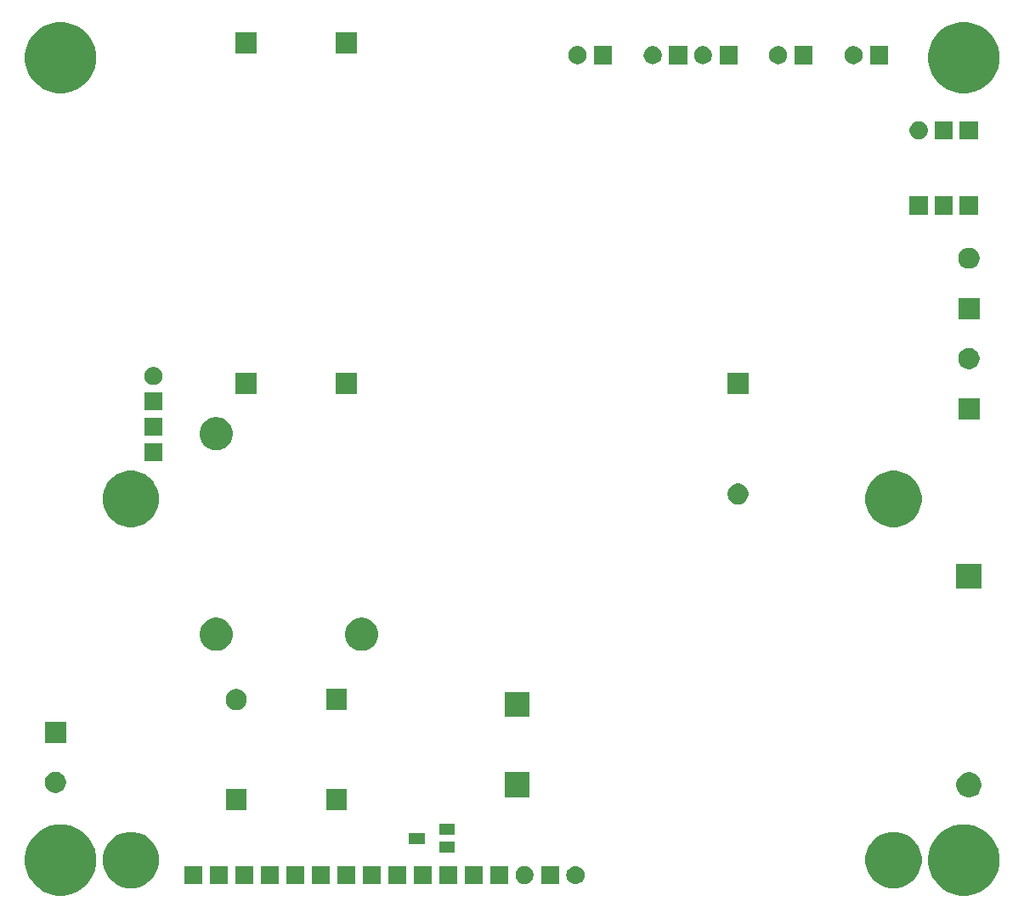
<source format=gbr>
G04 #@! TF.GenerationSoftware,KiCad,Pcbnew,(5.1.2-1)-1*
G04 #@! TF.CreationDate,2020-09-08T18:19:47+03:00*
G04 #@! TF.ProjectId,UAK_0,55414b5f-302e-46b6-9963-61645f706362,rev?*
G04 #@! TF.SameCoordinates,Original*
G04 #@! TF.FileFunction,Soldermask,Bot*
G04 #@! TF.FilePolarity,Negative*
%FSLAX46Y46*%
G04 Gerber Fmt 4.6, Leading zero omitted, Abs format (unit mm)*
G04 Created by KiCad (PCBNEW (5.1.2-1)-1) date 2020-09-08 18:19:47*
%MOMM*%
%LPD*%
G04 APERTURE LIST*
%ADD10C,0.100000*%
G04 APERTURE END LIST*
D10*
G36*
X171035787Y-131585462D02*
G01*
X171035790Y-131585463D01*
X171035789Y-131585463D01*
X171682029Y-131853144D01*
X172263631Y-132241758D01*
X172758242Y-132736369D01*
X173146856Y-133317971D01*
X173294008Y-133673229D01*
X173414538Y-133964213D01*
X173551000Y-134650256D01*
X173551000Y-135349744D01*
X173414538Y-136035787D01*
X173336135Y-136225068D01*
X173146856Y-136682029D01*
X172758242Y-137263631D01*
X172263631Y-137758242D01*
X171682029Y-138146856D01*
X171225068Y-138336135D01*
X171035787Y-138414538D01*
X170349744Y-138551000D01*
X169650256Y-138551000D01*
X168964213Y-138414538D01*
X168774932Y-138336135D01*
X168317971Y-138146856D01*
X167736369Y-137758242D01*
X167241758Y-137263631D01*
X166853144Y-136682029D01*
X166663865Y-136225068D01*
X166585462Y-136035787D01*
X166449000Y-135349744D01*
X166449000Y-134650256D01*
X166585462Y-133964213D01*
X166705992Y-133673229D01*
X166853144Y-133317971D01*
X167241758Y-132736369D01*
X167736369Y-132241758D01*
X168317971Y-131853144D01*
X168964211Y-131585463D01*
X168964210Y-131585463D01*
X168964213Y-131585462D01*
X169650256Y-131449000D01*
X170349744Y-131449000D01*
X171035787Y-131585462D01*
X171035787Y-131585462D01*
G37*
G36*
X81035787Y-131585462D02*
G01*
X81035790Y-131585463D01*
X81035789Y-131585463D01*
X81682029Y-131853144D01*
X82263631Y-132241758D01*
X82758242Y-132736369D01*
X83146856Y-133317971D01*
X83294008Y-133673229D01*
X83414538Y-133964213D01*
X83551000Y-134650256D01*
X83551000Y-135349744D01*
X83414538Y-136035787D01*
X83336135Y-136225068D01*
X83146856Y-136682029D01*
X82758242Y-137263631D01*
X82263631Y-137758242D01*
X81682029Y-138146856D01*
X81225068Y-138336135D01*
X81035787Y-138414538D01*
X80349744Y-138551000D01*
X79650256Y-138551000D01*
X78964213Y-138414538D01*
X78774932Y-138336135D01*
X78317971Y-138146856D01*
X77736369Y-137758242D01*
X77241758Y-137263631D01*
X76853144Y-136682029D01*
X76663865Y-136225068D01*
X76585462Y-136035787D01*
X76449000Y-135349744D01*
X76449000Y-134650256D01*
X76585462Y-133964213D01*
X76705992Y-133673229D01*
X76853144Y-133317971D01*
X77241758Y-132736369D01*
X77736369Y-132241758D01*
X78317971Y-131853144D01*
X78964211Y-131585463D01*
X78964210Y-131585463D01*
X78964213Y-131585462D01*
X79650256Y-131449000D01*
X80349744Y-131449000D01*
X81035787Y-131585462D01*
X81035787Y-131585462D01*
G37*
G36*
X163817021Y-132306640D02*
G01*
X164326769Y-132517785D01*
X164326771Y-132517786D01*
X164785534Y-132824321D01*
X165175679Y-133214466D01*
X165482214Y-133673229D01*
X165482215Y-133673231D01*
X165693360Y-134182979D01*
X165801000Y-134724124D01*
X165801000Y-135275876D01*
X165693360Y-135817021D01*
X165483621Y-136323375D01*
X165482214Y-136326771D01*
X165175679Y-136785534D01*
X164785534Y-137175679D01*
X164326771Y-137482214D01*
X164326770Y-137482215D01*
X164326769Y-137482215D01*
X163817021Y-137693360D01*
X163275876Y-137801000D01*
X162724124Y-137801000D01*
X162182979Y-137693360D01*
X161673231Y-137482215D01*
X161673230Y-137482215D01*
X161673229Y-137482214D01*
X161214466Y-137175679D01*
X160824321Y-136785534D01*
X160517786Y-136326771D01*
X160516379Y-136323375D01*
X160306640Y-135817021D01*
X160199000Y-135275876D01*
X160199000Y-134724124D01*
X160306640Y-134182979D01*
X160517785Y-133673231D01*
X160517786Y-133673229D01*
X160824321Y-133214466D01*
X161214466Y-132824321D01*
X161673229Y-132517786D01*
X161673231Y-132517785D01*
X162182979Y-132306640D01*
X162724124Y-132199000D01*
X163275876Y-132199000D01*
X163817021Y-132306640D01*
X163817021Y-132306640D01*
G37*
G36*
X87817021Y-132306640D02*
G01*
X88326769Y-132517785D01*
X88326771Y-132517786D01*
X88785534Y-132824321D01*
X89175679Y-133214466D01*
X89482214Y-133673229D01*
X89482215Y-133673231D01*
X89693360Y-134182979D01*
X89801000Y-134724124D01*
X89801000Y-135275876D01*
X89693360Y-135817021D01*
X89483621Y-136323375D01*
X89482214Y-136326771D01*
X89175679Y-136785534D01*
X88785534Y-137175679D01*
X88326771Y-137482214D01*
X88326770Y-137482215D01*
X88326769Y-137482215D01*
X87817021Y-137693360D01*
X87275876Y-137801000D01*
X86724124Y-137801000D01*
X86182979Y-137693360D01*
X85673231Y-137482215D01*
X85673230Y-137482215D01*
X85673229Y-137482214D01*
X85214466Y-137175679D01*
X84824321Y-136785534D01*
X84517786Y-136326771D01*
X84516379Y-136323375D01*
X84306640Y-135817021D01*
X84199000Y-135275876D01*
X84199000Y-134724124D01*
X84306640Y-134182979D01*
X84517785Y-133673231D01*
X84517786Y-133673229D01*
X84824321Y-133214466D01*
X85214466Y-132824321D01*
X85673229Y-132517786D01*
X85673231Y-132517785D01*
X86182979Y-132306640D01*
X86724124Y-132199000D01*
X87275876Y-132199000D01*
X87817021Y-132306640D01*
X87817021Y-132306640D01*
G37*
G36*
X122041000Y-137401000D02*
G01*
X120239000Y-137401000D01*
X120239000Y-135599000D01*
X122041000Y-135599000D01*
X122041000Y-137401000D01*
X122041000Y-137401000D01*
G37*
G36*
X119501000Y-137401000D02*
G01*
X117699000Y-137401000D01*
X117699000Y-135599000D01*
X119501000Y-135599000D01*
X119501000Y-137401000D01*
X119501000Y-137401000D01*
G37*
G36*
X116961000Y-137401000D02*
G01*
X115159000Y-137401000D01*
X115159000Y-135599000D01*
X116961000Y-135599000D01*
X116961000Y-137401000D01*
X116961000Y-137401000D01*
G37*
G36*
X114421000Y-137401000D02*
G01*
X112619000Y-137401000D01*
X112619000Y-135599000D01*
X114421000Y-135599000D01*
X114421000Y-137401000D01*
X114421000Y-137401000D01*
G37*
G36*
X111881000Y-137401000D02*
G01*
X110079000Y-137401000D01*
X110079000Y-135599000D01*
X111881000Y-135599000D01*
X111881000Y-137401000D01*
X111881000Y-137401000D01*
G37*
G36*
X109341000Y-137401000D02*
G01*
X107539000Y-137401000D01*
X107539000Y-135599000D01*
X109341000Y-135599000D01*
X109341000Y-137401000D01*
X109341000Y-137401000D01*
G37*
G36*
X106801000Y-137401000D02*
G01*
X104999000Y-137401000D01*
X104999000Y-135599000D01*
X106801000Y-135599000D01*
X106801000Y-137401000D01*
X106801000Y-137401000D01*
G37*
G36*
X104261000Y-137401000D02*
G01*
X102459000Y-137401000D01*
X102459000Y-135599000D01*
X104261000Y-135599000D01*
X104261000Y-137401000D01*
X104261000Y-137401000D01*
G37*
G36*
X101721000Y-137401000D02*
G01*
X99919000Y-137401000D01*
X99919000Y-135599000D01*
X101721000Y-135599000D01*
X101721000Y-137401000D01*
X101721000Y-137401000D01*
G37*
G36*
X99181000Y-137401000D02*
G01*
X97379000Y-137401000D01*
X97379000Y-135599000D01*
X99181000Y-135599000D01*
X99181000Y-137401000D01*
X99181000Y-137401000D01*
G37*
G36*
X96641000Y-137401000D02*
G01*
X94839000Y-137401000D01*
X94839000Y-135599000D01*
X96641000Y-135599000D01*
X96641000Y-137401000D01*
X96641000Y-137401000D01*
G37*
G36*
X94101000Y-137401000D02*
G01*
X92299000Y-137401000D01*
X92299000Y-135599000D01*
X94101000Y-135599000D01*
X94101000Y-137401000D01*
X94101000Y-137401000D01*
G37*
G36*
X129661000Y-137401000D02*
G01*
X127859000Y-137401000D01*
X127859000Y-135599000D01*
X129661000Y-135599000D01*
X129661000Y-137401000D01*
X129661000Y-137401000D01*
G37*
G36*
X126333512Y-135603927D02*
G01*
X126482812Y-135633624D01*
X126646784Y-135701544D01*
X126794354Y-135800147D01*
X126919853Y-135925646D01*
X127018456Y-136073216D01*
X127086376Y-136237188D01*
X127121000Y-136411259D01*
X127121000Y-136588741D01*
X127086376Y-136762812D01*
X127018456Y-136926784D01*
X126919853Y-137074354D01*
X126794354Y-137199853D01*
X126646784Y-137298456D01*
X126482812Y-137366376D01*
X126333512Y-137396073D01*
X126308742Y-137401000D01*
X126131258Y-137401000D01*
X126106488Y-137396073D01*
X125957188Y-137366376D01*
X125793216Y-137298456D01*
X125645646Y-137199853D01*
X125520147Y-137074354D01*
X125421544Y-136926784D01*
X125353624Y-136762812D01*
X125319000Y-136588741D01*
X125319000Y-136411259D01*
X125353624Y-136237188D01*
X125421544Y-136073216D01*
X125520147Y-135925646D01*
X125645646Y-135800147D01*
X125793216Y-135701544D01*
X125957188Y-135633624D01*
X126106488Y-135603927D01*
X126131258Y-135599000D01*
X126308742Y-135599000D01*
X126333512Y-135603927D01*
X126333512Y-135603927D01*
G37*
G36*
X124581000Y-137401000D02*
G01*
X122779000Y-137401000D01*
X122779000Y-135599000D01*
X124581000Y-135599000D01*
X124581000Y-137401000D01*
X124581000Y-137401000D01*
G37*
G36*
X131410442Y-135605518D02*
G01*
X131476627Y-135612037D01*
X131646466Y-135663557D01*
X131802991Y-135747222D01*
X131838729Y-135776552D01*
X131940186Y-135859814D01*
X132023448Y-135961271D01*
X132052778Y-135997009D01*
X132136443Y-136153534D01*
X132187963Y-136323373D01*
X132205359Y-136500000D01*
X132187963Y-136676627D01*
X132136443Y-136846466D01*
X132052778Y-137002991D01*
X132023448Y-137038729D01*
X131940186Y-137140186D01*
X131867480Y-137199853D01*
X131802991Y-137252778D01*
X131646466Y-137336443D01*
X131476627Y-137387963D01*
X131410443Y-137394481D01*
X131344260Y-137401000D01*
X131255740Y-137401000D01*
X131189557Y-137394481D01*
X131123373Y-137387963D01*
X130953534Y-137336443D01*
X130797009Y-137252778D01*
X130732520Y-137199853D01*
X130659814Y-137140186D01*
X130576552Y-137038729D01*
X130547222Y-137002991D01*
X130463557Y-136846466D01*
X130412037Y-136676627D01*
X130394641Y-136500000D01*
X130412037Y-136323373D01*
X130463557Y-136153534D01*
X130547222Y-135997009D01*
X130576552Y-135961271D01*
X130659814Y-135859814D01*
X130761271Y-135776552D01*
X130797009Y-135747222D01*
X130953534Y-135663557D01*
X131123373Y-135612037D01*
X131189558Y-135605518D01*
X131255740Y-135599000D01*
X131344260Y-135599000D01*
X131410442Y-135605518D01*
X131410442Y-135605518D01*
G37*
G36*
X119301000Y-134301000D02*
G01*
X117699000Y-134301000D01*
X117699000Y-133199000D01*
X119301000Y-133199000D01*
X119301000Y-134301000D01*
X119301000Y-134301000D01*
G37*
G36*
X116301000Y-133401000D02*
G01*
X114699000Y-133401000D01*
X114699000Y-132299000D01*
X116301000Y-132299000D01*
X116301000Y-133401000D01*
X116301000Y-133401000D01*
G37*
G36*
X119301000Y-132501000D02*
G01*
X117699000Y-132501000D01*
X117699000Y-131399000D01*
X119301000Y-131399000D01*
X119301000Y-132501000D01*
X119301000Y-132501000D01*
G37*
G36*
X108551000Y-130051000D02*
G01*
X106449000Y-130051000D01*
X106449000Y-127949000D01*
X108551000Y-127949000D01*
X108551000Y-130051000D01*
X108551000Y-130051000D01*
G37*
G36*
X98551000Y-130051000D02*
G01*
X96449000Y-130051000D01*
X96449000Y-127949000D01*
X98551000Y-127949000D01*
X98551000Y-130051000D01*
X98551000Y-130051000D01*
G37*
G36*
X170864903Y-126297075D02*
G01*
X171092571Y-126391378D01*
X171297466Y-126528285D01*
X171471715Y-126702534D01*
X171608622Y-126907429D01*
X171702925Y-127135097D01*
X171751000Y-127376787D01*
X171751000Y-127623213D01*
X171702925Y-127864903D01*
X171608622Y-128092571D01*
X171471715Y-128297466D01*
X171297466Y-128471715D01*
X171092571Y-128608622D01*
X171092570Y-128608623D01*
X171092569Y-128608623D01*
X170864903Y-128702925D01*
X170623214Y-128751000D01*
X170376786Y-128751000D01*
X170135097Y-128702925D01*
X169907431Y-128608623D01*
X169907430Y-128608623D01*
X169907429Y-128608622D01*
X169702534Y-128471715D01*
X169528285Y-128297466D01*
X169391378Y-128092571D01*
X169297075Y-127864903D01*
X169249000Y-127623213D01*
X169249000Y-127376787D01*
X169297075Y-127135097D01*
X169391378Y-126907429D01*
X169528285Y-126702534D01*
X169702534Y-126528285D01*
X169907429Y-126391378D01*
X170135097Y-126297075D01*
X170376786Y-126249000D01*
X170623214Y-126249000D01*
X170864903Y-126297075D01*
X170864903Y-126297075D01*
G37*
G36*
X126751000Y-128751000D02*
G01*
X124249000Y-128751000D01*
X124249000Y-126249000D01*
X126751000Y-126249000D01*
X126751000Y-128751000D01*
X126751000Y-128751000D01*
G37*
G36*
X79806564Y-126239389D02*
G01*
X79997833Y-126318615D01*
X79997835Y-126318616D01*
X80169973Y-126433635D01*
X80316365Y-126580027D01*
X80398222Y-126702534D01*
X80431385Y-126752167D01*
X80510611Y-126943436D01*
X80551000Y-127146484D01*
X80551000Y-127353516D01*
X80510611Y-127556564D01*
X80431385Y-127747833D01*
X80431384Y-127747835D01*
X80316365Y-127919973D01*
X80169973Y-128066365D01*
X79997835Y-128181384D01*
X79997834Y-128181385D01*
X79997833Y-128181385D01*
X79806564Y-128260611D01*
X79603516Y-128301000D01*
X79396484Y-128301000D01*
X79193436Y-128260611D01*
X79002167Y-128181385D01*
X79002166Y-128181385D01*
X79002165Y-128181384D01*
X78830027Y-128066365D01*
X78683635Y-127919973D01*
X78568616Y-127747835D01*
X78568615Y-127747833D01*
X78489389Y-127556564D01*
X78449000Y-127353516D01*
X78449000Y-127146484D01*
X78489389Y-126943436D01*
X78568615Y-126752167D01*
X78601779Y-126702534D01*
X78683635Y-126580027D01*
X78830027Y-126433635D01*
X79002165Y-126318616D01*
X79002167Y-126318615D01*
X79193436Y-126239389D01*
X79396484Y-126199000D01*
X79603516Y-126199000D01*
X79806564Y-126239389D01*
X79806564Y-126239389D01*
G37*
G36*
X80551000Y-123301000D02*
G01*
X78449000Y-123301000D01*
X78449000Y-121199000D01*
X80551000Y-121199000D01*
X80551000Y-123301000D01*
X80551000Y-123301000D01*
G37*
G36*
X126751000Y-120751000D02*
G01*
X124249000Y-120751000D01*
X124249000Y-118249000D01*
X126751000Y-118249000D01*
X126751000Y-120751000D01*
X126751000Y-120751000D01*
G37*
G36*
X108551000Y-120051000D02*
G01*
X106449000Y-120051000D01*
X106449000Y-117949000D01*
X108551000Y-117949000D01*
X108551000Y-120051000D01*
X108551000Y-120051000D01*
G37*
G36*
X97806564Y-117989389D02*
G01*
X97997833Y-118068615D01*
X97997835Y-118068616D01*
X98169973Y-118183635D01*
X98316365Y-118330027D01*
X98431385Y-118502167D01*
X98510611Y-118693436D01*
X98551000Y-118896484D01*
X98551000Y-119103516D01*
X98510611Y-119306564D01*
X98431385Y-119497833D01*
X98431384Y-119497835D01*
X98316365Y-119669973D01*
X98169973Y-119816365D01*
X97997835Y-119931384D01*
X97997834Y-119931385D01*
X97997833Y-119931385D01*
X97806564Y-120010611D01*
X97603516Y-120051000D01*
X97396484Y-120051000D01*
X97193436Y-120010611D01*
X97002167Y-119931385D01*
X97002166Y-119931385D01*
X97002165Y-119931384D01*
X96830027Y-119816365D01*
X96683635Y-119669973D01*
X96568616Y-119497835D01*
X96568615Y-119497833D01*
X96489389Y-119306564D01*
X96449000Y-119103516D01*
X96449000Y-118896484D01*
X96489389Y-118693436D01*
X96568615Y-118502167D01*
X96683635Y-118330027D01*
X96830027Y-118183635D01*
X97002165Y-118068616D01*
X97002167Y-118068615D01*
X97193436Y-117989389D01*
X97396484Y-117949000D01*
X97603516Y-117949000D01*
X97806564Y-117989389D01*
X97806564Y-117989389D01*
G37*
G36*
X110375256Y-110891298D02*
G01*
X110481579Y-110912447D01*
X110782042Y-111036903D01*
X111052451Y-111217585D01*
X111282415Y-111447549D01*
X111463097Y-111717958D01*
X111587553Y-112018421D01*
X111651000Y-112337391D01*
X111651000Y-112662609D01*
X111587553Y-112981579D01*
X111463097Y-113282042D01*
X111282415Y-113552451D01*
X111052451Y-113782415D01*
X110782042Y-113963097D01*
X110481579Y-114087553D01*
X110375256Y-114108702D01*
X110162611Y-114151000D01*
X109837389Y-114151000D01*
X109624744Y-114108702D01*
X109518421Y-114087553D01*
X109217958Y-113963097D01*
X108947549Y-113782415D01*
X108717585Y-113552451D01*
X108536903Y-113282042D01*
X108412447Y-112981579D01*
X108349000Y-112662609D01*
X108349000Y-112337391D01*
X108412447Y-112018421D01*
X108536903Y-111717958D01*
X108717585Y-111447549D01*
X108947549Y-111217585D01*
X109217958Y-111036903D01*
X109518421Y-110912447D01*
X109624744Y-110891298D01*
X109837389Y-110849000D01*
X110162611Y-110849000D01*
X110375256Y-110891298D01*
X110375256Y-110891298D01*
G37*
G36*
X95875256Y-110891298D02*
G01*
X95981579Y-110912447D01*
X96282042Y-111036903D01*
X96552451Y-111217585D01*
X96782415Y-111447549D01*
X96963097Y-111717958D01*
X97087553Y-112018421D01*
X97151000Y-112337391D01*
X97151000Y-112662609D01*
X97087553Y-112981579D01*
X96963097Y-113282042D01*
X96782415Y-113552451D01*
X96552451Y-113782415D01*
X96282042Y-113963097D01*
X95981579Y-114087553D01*
X95875256Y-114108702D01*
X95662611Y-114151000D01*
X95337389Y-114151000D01*
X95124744Y-114108702D01*
X95018421Y-114087553D01*
X94717958Y-113963097D01*
X94447549Y-113782415D01*
X94217585Y-113552451D01*
X94036903Y-113282042D01*
X93912447Y-112981579D01*
X93849000Y-112662609D01*
X93849000Y-112337391D01*
X93912447Y-112018421D01*
X94036903Y-111717958D01*
X94217585Y-111447549D01*
X94447549Y-111217585D01*
X94717958Y-111036903D01*
X95018421Y-110912447D01*
X95124744Y-110891298D01*
X95337389Y-110849000D01*
X95662611Y-110849000D01*
X95875256Y-110891298D01*
X95875256Y-110891298D01*
G37*
G36*
X171751000Y-107951000D02*
G01*
X169249000Y-107951000D01*
X169249000Y-105449000D01*
X171751000Y-105449000D01*
X171751000Y-107951000D01*
X171751000Y-107951000D01*
G37*
G36*
X163817021Y-96306640D02*
G01*
X164326769Y-96517785D01*
X164326771Y-96517786D01*
X164785534Y-96824321D01*
X165175679Y-97214466D01*
X165412313Y-97568615D01*
X165482215Y-97673231D01*
X165693360Y-98182979D01*
X165801000Y-98724124D01*
X165801000Y-99275876D01*
X165693360Y-99817021D01*
X165482215Y-100326769D01*
X165482214Y-100326771D01*
X165175679Y-100785534D01*
X164785534Y-101175679D01*
X164326771Y-101482214D01*
X164326770Y-101482215D01*
X164326769Y-101482215D01*
X163817021Y-101693360D01*
X163275876Y-101801000D01*
X162724124Y-101801000D01*
X162182979Y-101693360D01*
X161673231Y-101482215D01*
X161673230Y-101482215D01*
X161673229Y-101482214D01*
X161214466Y-101175679D01*
X160824321Y-100785534D01*
X160517786Y-100326771D01*
X160517785Y-100326769D01*
X160306640Y-99817021D01*
X160199000Y-99275876D01*
X160199000Y-98724124D01*
X160306640Y-98182979D01*
X160517785Y-97673231D01*
X160587687Y-97568615D01*
X160824321Y-97214466D01*
X161214466Y-96824321D01*
X161673229Y-96517786D01*
X161673231Y-96517785D01*
X162182979Y-96306640D01*
X162724124Y-96199000D01*
X163275876Y-96199000D01*
X163817021Y-96306640D01*
X163817021Y-96306640D01*
G37*
G36*
X87817021Y-96306640D02*
G01*
X88326769Y-96517785D01*
X88326771Y-96517786D01*
X88785534Y-96824321D01*
X89175679Y-97214466D01*
X89412313Y-97568615D01*
X89482215Y-97673231D01*
X89693360Y-98182979D01*
X89801000Y-98724124D01*
X89801000Y-99275876D01*
X89693360Y-99817021D01*
X89482215Y-100326769D01*
X89482214Y-100326771D01*
X89175679Y-100785534D01*
X88785534Y-101175679D01*
X88326771Y-101482214D01*
X88326770Y-101482215D01*
X88326769Y-101482215D01*
X87817021Y-101693360D01*
X87275876Y-101801000D01*
X86724124Y-101801000D01*
X86182979Y-101693360D01*
X85673231Y-101482215D01*
X85673230Y-101482215D01*
X85673229Y-101482214D01*
X85214466Y-101175679D01*
X84824321Y-100785534D01*
X84517786Y-100326771D01*
X84517785Y-100326769D01*
X84306640Y-99817021D01*
X84199000Y-99275876D01*
X84199000Y-98724124D01*
X84306640Y-98182979D01*
X84517785Y-97673231D01*
X84587687Y-97568615D01*
X84824321Y-97214466D01*
X85214466Y-96824321D01*
X85673229Y-96517786D01*
X85673231Y-96517785D01*
X86182979Y-96306640D01*
X86724124Y-96199000D01*
X87275876Y-96199000D01*
X87817021Y-96306640D01*
X87817021Y-96306640D01*
G37*
G36*
X147806564Y-97489389D02*
G01*
X147997833Y-97568615D01*
X147997835Y-97568616D01*
X148154399Y-97673229D01*
X148169973Y-97683635D01*
X148316365Y-97830027D01*
X148431385Y-98002167D01*
X148510611Y-98193436D01*
X148551000Y-98396484D01*
X148551000Y-98603516D01*
X148510611Y-98806564D01*
X148431385Y-98997833D01*
X148431384Y-98997835D01*
X148316365Y-99169973D01*
X148169973Y-99316365D01*
X147997835Y-99431384D01*
X147997834Y-99431385D01*
X147997833Y-99431385D01*
X147806564Y-99510611D01*
X147603516Y-99551000D01*
X147396484Y-99551000D01*
X147193436Y-99510611D01*
X147002167Y-99431385D01*
X147002166Y-99431385D01*
X147002165Y-99431384D01*
X146830027Y-99316365D01*
X146683635Y-99169973D01*
X146568616Y-98997835D01*
X146568615Y-98997833D01*
X146489389Y-98806564D01*
X146449000Y-98603516D01*
X146449000Y-98396484D01*
X146489389Y-98193436D01*
X146568615Y-98002167D01*
X146683635Y-97830027D01*
X146830027Y-97683635D01*
X146845601Y-97673229D01*
X147002165Y-97568616D01*
X147002167Y-97568615D01*
X147193436Y-97489389D01*
X147396484Y-97449000D01*
X147603516Y-97449000D01*
X147806564Y-97489389D01*
X147806564Y-97489389D01*
G37*
G36*
X90151000Y-95271000D02*
G01*
X88349000Y-95271000D01*
X88349000Y-93469000D01*
X90151000Y-93469000D01*
X90151000Y-95271000D01*
X90151000Y-95271000D01*
G37*
G36*
X95875256Y-90891298D02*
G01*
X95981579Y-90912447D01*
X96282042Y-91036903D01*
X96552451Y-91217585D01*
X96782415Y-91447549D01*
X96963097Y-91717958D01*
X97087553Y-92018421D01*
X97151000Y-92337391D01*
X97151000Y-92662609D01*
X97087553Y-92981579D01*
X96963097Y-93282042D01*
X96782415Y-93552451D01*
X96552451Y-93782415D01*
X96282042Y-93963097D01*
X95981579Y-94087553D01*
X95875256Y-94108702D01*
X95662611Y-94151000D01*
X95337389Y-94151000D01*
X95124744Y-94108702D01*
X95018421Y-94087553D01*
X94717958Y-93963097D01*
X94447549Y-93782415D01*
X94217585Y-93552451D01*
X94036903Y-93282042D01*
X93912447Y-92981579D01*
X93849000Y-92662609D01*
X93849000Y-92337391D01*
X93912447Y-92018421D01*
X94036903Y-91717958D01*
X94217585Y-91447549D01*
X94447549Y-91217585D01*
X94717958Y-91036903D01*
X95018421Y-90912447D01*
X95124744Y-90891298D01*
X95337389Y-90849000D01*
X95662611Y-90849000D01*
X95875256Y-90891298D01*
X95875256Y-90891298D01*
G37*
G36*
X90151000Y-92731000D02*
G01*
X88349000Y-92731000D01*
X88349000Y-90929000D01*
X90151000Y-90929000D01*
X90151000Y-92731000D01*
X90151000Y-92731000D01*
G37*
G36*
X171551000Y-91051000D02*
G01*
X169449000Y-91051000D01*
X169449000Y-88949000D01*
X171551000Y-88949000D01*
X171551000Y-91051000D01*
X171551000Y-91051000D01*
G37*
G36*
X90151000Y-90191000D02*
G01*
X88349000Y-90191000D01*
X88349000Y-88389000D01*
X90151000Y-88389000D01*
X90151000Y-90191000D01*
X90151000Y-90191000D01*
G37*
G36*
X148551000Y-88551000D02*
G01*
X146449000Y-88551000D01*
X146449000Y-86449000D01*
X148551000Y-86449000D01*
X148551000Y-88551000D01*
X148551000Y-88551000D01*
G37*
G36*
X109551000Y-88551000D02*
G01*
X107449000Y-88551000D01*
X107449000Y-86449000D01*
X109551000Y-86449000D01*
X109551000Y-88551000D01*
X109551000Y-88551000D01*
G37*
G36*
X99551000Y-88551000D02*
G01*
X97449000Y-88551000D01*
X97449000Y-86449000D01*
X99551000Y-86449000D01*
X99551000Y-88551000D01*
X99551000Y-88551000D01*
G37*
G36*
X89363512Y-85853927D02*
G01*
X89512812Y-85883624D01*
X89676784Y-85951544D01*
X89824354Y-86050147D01*
X89949853Y-86175646D01*
X90048456Y-86323216D01*
X90116376Y-86487188D01*
X90151000Y-86661259D01*
X90151000Y-86838741D01*
X90116376Y-87012812D01*
X90048456Y-87176784D01*
X89949853Y-87324354D01*
X89824354Y-87449853D01*
X89676784Y-87548456D01*
X89512812Y-87616376D01*
X89363512Y-87646073D01*
X89338742Y-87651000D01*
X89161258Y-87651000D01*
X89136488Y-87646073D01*
X88987188Y-87616376D01*
X88823216Y-87548456D01*
X88675646Y-87449853D01*
X88550147Y-87324354D01*
X88451544Y-87176784D01*
X88383624Y-87012812D01*
X88349000Y-86838741D01*
X88349000Y-86661259D01*
X88383624Y-86487188D01*
X88451544Y-86323216D01*
X88550147Y-86175646D01*
X88675646Y-86050147D01*
X88823216Y-85951544D01*
X88987188Y-85883624D01*
X89136488Y-85853927D01*
X89161258Y-85849000D01*
X89338742Y-85849000D01*
X89363512Y-85853927D01*
X89363512Y-85853927D01*
G37*
G36*
X170806564Y-83989389D02*
G01*
X170997833Y-84068615D01*
X170997835Y-84068616D01*
X171169973Y-84183635D01*
X171316365Y-84330027D01*
X171431385Y-84502167D01*
X171510611Y-84693436D01*
X171551000Y-84896484D01*
X171551000Y-85103516D01*
X171510611Y-85306564D01*
X171431385Y-85497833D01*
X171431384Y-85497835D01*
X171316365Y-85669973D01*
X171169973Y-85816365D01*
X170997835Y-85931384D01*
X170997834Y-85931385D01*
X170997833Y-85931385D01*
X170806564Y-86010611D01*
X170603516Y-86051000D01*
X170396484Y-86051000D01*
X170193436Y-86010611D01*
X170002167Y-85931385D01*
X170002166Y-85931385D01*
X170002165Y-85931384D01*
X169830027Y-85816365D01*
X169683635Y-85669973D01*
X169568616Y-85497835D01*
X169568615Y-85497833D01*
X169489389Y-85306564D01*
X169449000Y-85103516D01*
X169449000Y-84896484D01*
X169489389Y-84693436D01*
X169568615Y-84502167D01*
X169683635Y-84330027D01*
X169830027Y-84183635D01*
X170002165Y-84068616D01*
X170002167Y-84068615D01*
X170193436Y-83989389D01*
X170396484Y-83949000D01*
X170603516Y-83949000D01*
X170806564Y-83989389D01*
X170806564Y-83989389D01*
G37*
G36*
X171551000Y-81051000D02*
G01*
X169449000Y-81051000D01*
X169449000Y-78949000D01*
X171551000Y-78949000D01*
X171551000Y-81051000D01*
X171551000Y-81051000D01*
G37*
G36*
X170806564Y-73989389D02*
G01*
X170997833Y-74068615D01*
X170997835Y-74068616D01*
X171169973Y-74183635D01*
X171316365Y-74330027D01*
X171431385Y-74502167D01*
X171510611Y-74693436D01*
X171551000Y-74896484D01*
X171551000Y-75103516D01*
X171510611Y-75306564D01*
X171431385Y-75497833D01*
X171431384Y-75497835D01*
X171316365Y-75669973D01*
X171169973Y-75816365D01*
X170997835Y-75931384D01*
X170997834Y-75931385D01*
X170997833Y-75931385D01*
X170806564Y-76010611D01*
X170603516Y-76051000D01*
X170396484Y-76051000D01*
X170193436Y-76010611D01*
X170002167Y-75931385D01*
X170002166Y-75931385D01*
X170002165Y-75931384D01*
X169830027Y-75816365D01*
X169683635Y-75669973D01*
X169568616Y-75497835D01*
X169568615Y-75497833D01*
X169489389Y-75306564D01*
X169449000Y-75103516D01*
X169449000Y-74896484D01*
X169489389Y-74693436D01*
X169568615Y-74502167D01*
X169683635Y-74330027D01*
X169830027Y-74183635D01*
X170002165Y-74068616D01*
X170002167Y-74068615D01*
X170193436Y-73989389D01*
X170396484Y-73949000D01*
X170603516Y-73949000D01*
X170806564Y-73989389D01*
X170806564Y-73989389D01*
G37*
G36*
X168901000Y-70651000D02*
G01*
X167099000Y-70651000D01*
X167099000Y-68849000D01*
X168901000Y-68849000D01*
X168901000Y-70651000D01*
X168901000Y-70651000D01*
G37*
G36*
X166401000Y-70651000D02*
G01*
X164599000Y-70651000D01*
X164599000Y-68849000D01*
X166401000Y-68849000D01*
X166401000Y-70651000D01*
X166401000Y-70651000D01*
G37*
G36*
X171401000Y-70651000D02*
G01*
X169599000Y-70651000D01*
X169599000Y-68849000D01*
X171401000Y-68849000D01*
X171401000Y-70651000D01*
X171401000Y-70651000D01*
G37*
G36*
X165613512Y-61353927D02*
G01*
X165762812Y-61383624D01*
X165926784Y-61451544D01*
X166074354Y-61550147D01*
X166199853Y-61675646D01*
X166298456Y-61823216D01*
X166366376Y-61987188D01*
X166401000Y-62161259D01*
X166401000Y-62338741D01*
X166366376Y-62512812D01*
X166298456Y-62676784D01*
X166199853Y-62824354D01*
X166074354Y-62949853D01*
X165926784Y-63048456D01*
X165762812Y-63116376D01*
X165613512Y-63146073D01*
X165588742Y-63151000D01*
X165411258Y-63151000D01*
X165386488Y-63146073D01*
X165237188Y-63116376D01*
X165073216Y-63048456D01*
X164925646Y-62949853D01*
X164800147Y-62824354D01*
X164701544Y-62676784D01*
X164633624Y-62512812D01*
X164599000Y-62338741D01*
X164599000Y-62161259D01*
X164633624Y-61987188D01*
X164701544Y-61823216D01*
X164800147Y-61675646D01*
X164925646Y-61550147D01*
X165073216Y-61451544D01*
X165237188Y-61383624D01*
X165386488Y-61353927D01*
X165411258Y-61349000D01*
X165588742Y-61349000D01*
X165613512Y-61353927D01*
X165613512Y-61353927D01*
G37*
G36*
X171401000Y-63151000D02*
G01*
X169599000Y-63151000D01*
X169599000Y-61349000D01*
X171401000Y-61349000D01*
X171401000Y-63151000D01*
X171401000Y-63151000D01*
G37*
G36*
X168901000Y-63151000D02*
G01*
X167099000Y-63151000D01*
X167099000Y-61349000D01*
X168901000Y-61349000D01*
X168901000Y-63151000D01*
X168901000Y-63151000D01*
G37*
G36*
X171035787Y-51585462D02*
G01*
X171035790Y-51585463D01*
X171035789Y-51585463D01*
X171682029Y-51853144D01*
X172263631Y-52241758D01*
X172758242Y-52736369D01*
X173146856Y-53317971D01*
X173146856Y-53317972D01*
X173414538Y-53964213D01*
X173551000Y-54650256D01*
X173551000Y-55349744D01*
X173414538Y-56035787D01*
X173414537Y-56035789D01*
X173146856Y-56682029D01*
X172758242Y-57263631D01*
X172263631Y-57758242D01*
X171682029Y-58146856D01*
X171225068Y-58336135D01*
X171035787Y-58414538D01*
X170349744Y-58551000D01*
X169650256Y-58551000D01*
X168964213Y-58414538D01*
X168774932Y-58336135D01*
X168317971Y-58146856D01*
X167736369Y-57758242D01*
X167241758Y-57263631D01*
X166853144Y-56682029D01*
X166585463Y-56035789D01*
X166585462Y-56035787D01*
X166449000Y-55349744D01*
X166449000Y-54650256D01*
X166585462Y-53964213D01*
X166853144Y-53317972D01*
X166853144Y-53317971D01*
X167241758Y-52736369D01*
X167736369Y-52241758D01*
X168317971Y-51853144D01*
X168964211Y-51585463D01*
X168964210Y-51585463D01*
X168964213Y-51585462D01*
X169650256Y-51449000D01*
X170349744Y-51449000D01*
X171035787Y-51585462D01*
X171035787Y-51585462D01*
G37*
G36*
X81035787Y-51585462D02*
G01*
X81035790Y-51585463D01*
X81035789Y-51585463D01*
X81682029Y-51853144D01*
X82263631Y-52241758D01*
X82758242Y-52736369D01*
X83146856Y-53317971D01*
X83146856Y-53317972D01*
X83414538Y-53964213D01*
X83551000Y-54650256D01*
X83551000Y-55349744D01*
X83414538Y-56035787D01*
X83414537Y-56035789D01*
X83146856Y-56682029D01*
X82758242Y-57263631D01*
X82263631Y-57758242D01*
X81682029Y-58146856D01*
X81225068Y-58336135D01*
X81035787Y-58414538D01*
X80349744Y-58551000D01*
X79650256Y-58551000D01*
X78964213Y-58414538D01*
X78774932Y-58336135D01*
X78317971Y-58146856D01*
X77736369Y-57758242D01*
X77241758Y-57263631D01*
X76853144Y-56682029D01*
X76585463Y-56035789D01*
X76585462Y-56035787D01*
X76449000Y-55349744D01*
X76449000Y-54650256D01*
X76585462Y-53964213D01*
X76853144Y-53317972D01*
X76853144Y-53317971D01*
X77241758Y-52736369D01*
X77736369Y-52241758D01*
X78317971Y-51853144D01*
X78964211Y-51585463D01*
X78964210Y-51585463D01*
X78964213Y-51585462D01*
X79650256Y-51449000D01*
X80349744Y-51449000D01*
X81035787Y-51585462D01*
X81035787Y-51585462D01*
G37*
G36*
X159113512Y-53853927D02*
G01*
X159262812Y-53883624D01*
X159426784Y-53951544D01*
X159574354Y-54050147D01*
X159699853Y-54175646D01*
X159798456Y-54323216D01*
X159866376Y-54487188D01*
X159896073Y-54636488D01*
X159898812Y-54650256D01*
X159901000Y-54661259D01*
X159901000Y-54838741D01*
X159866376Y-55012812D01*
X159798456Y-55176784D01*
X159699853Y-55324354D01*
X159574354Y-55449853D01*
X159426784Y-55548456D01*
X159262812Y-55616376D01*
X159113512Y-55646073D01*
X159088742Y-55651000D01*
X158911258Y-55651000D01*
X158886488Y-55646073D01*
X158737188Y-55616376D01*
X158573216Y-55548456D01*
X158425646Y-55449853D01*
X158300147Y-55324354D01*
X158201544Y-55176784D01*
X158133624Y-55012812D01*
X158099000Y-54838741D01*
X158099000Y-54661259D01*
X158101189Y-54650256D01*
X158103927Y-54636488D01*
X158133624Y-54487188D01*
X158201544Y-54323216D01*
X158300147Y-54175646D01*
X158425646Y-54050147D01*
X158573216Y-53951544D01*
X158737188Y-53883624D01*
X158886488Y-53853927D01*
X158911258Y-53849000D01*
X159088742Y-53849000D01*
X159113512Y-53853927D01*
X159113512Y-53853927D01*
G37*
G36*
X154941000Y-55651000D02*
G01*
X153139000Y-55651000D01*
X153139000Y-53849000D01*
X154941000Y-53849000D01*
X154941000Y-55651000D01*
X154941000Y-55651000D01*
G37*
G36*
X131613512Y-53853927D02*
G01*
X131762812Y-53883624D01*
X131926784Y-53951544D01*
X132074354Y-54050147D01*
X132199853Y-54175646D01*
X132298456Y-54323216D01*
X132366376Y-54487188D01*
X132396073Y-54636488D01*
X132398812Y-54650256D01*
X132401000Y-54661259D01*
X132401000Y-54838741D01*
X132366376Y-55012812D01*
X132298456Y-55176784D01*
X132199853Y-55324354D01*
X132074354Y-55449853D01*
X131926784Y-55548456D01*
X131762812Y-55616376D01*
X131613512Y-55646073D01*
X131588742Y-55651000D01*
X131411258Y-55651000D01*
X131386488Y-55646073D01*
X131237188Y-55616376D01*
X131073216Y-55548456D01*
X130925646Y-55449853D01*
X130800147Y-55324354D01*
X130701544Y-55176784D01*
X130633624Y-55012812D01*
X130599000Y-54838741D01*
X130599000Y-54661259D01*
X130601189Y-54650256D01*
X130603927Y-54636488D01*
X130633624Y-54487188D01*
X130701544Y-54323216D01*
X130800147Y-54175646D01*
X130925646Y-54050147D01*
X131073216Y-53951544D01*
X131237188Y-53883624D01*
X131386488Y-53853927D01*
X131411258Y-53849000D01*
X131588742Y-53849000D01*
X131613512Y-53853927D01*
X131613512Y-53853927D01*
G37*
G36*
X134941000Y-55651000D02*
G01*
X133139000Y-55651000D01*
X133139000Y-53849000D01*
X134941000Y-53849000D01*
X134941000Y-55651000D01*
X134941000Y-55651000D01*
G37*
G36*
X139113512Y-53853927D02*
G01*
X139262812Y-53883624D01*
X139426784Y-53951544D01*
X139574354Y-54050147D01*
X139699853Y-54175646D01*
X139798456Y-54323216D01*
X139866376Y-54487188D01*
X139896073Y-54636488D01*
X139898812Y-54650256D01*
X139901000Y-54661259D01*
X139901000Y-54838741D01*
X139866376Y-55012812D01*
X139798456Y-55176784D01*
X139699853Y-55324354D01*
X139574354Y-55449853D01*
X139426784Y-55548456D01*
X139262812Y-55616376D01*
X139113512Y-55646073D01*
X139088742Y-55651000D01*
X138911258Y-55651000D01*
X138886488Y-55646073D01*
X138737188Y-55616376D01*
X138573216Y-55548456D01*
X138425646Y-55449853D01*
X138300147Y-55324354D01*
X138201544Y-55176784D01*
X138133624Y-55012812D01*
X138099000Y-54838741D01*
X138099000Y-54661259D01*
X138101189Y-54650256D01*
X138103927Y-54636488D01*
X138133624Y-54487188D01*
X138201544Y-54323216D01*
X138300147Y-54175646D01*
X138425646Y-54050147D01*
X138573216Y-53951544D01*
X138737188Y-53883624D01*
X138886488Y-53853927D01*
X138911258Y-53849000D01*
X139088742Y-53849000D01*
X139113512Y-53853927D01*
X139113512Y-53853927D01*
G37*
G36*
X162441000Y-55651000D02*
G01*
X160639000Y-55651000D01*
X160639000Y-53849000D01*
X162441000Y-53849000D01*
X162441000Y-55651000D01*
X162441000Y-55651000D01*
G37*
G36*
X142441000Y-55651000D02*
G01*
X140639000Y-55651000D01*
X140639000Y-53849000D01*
X142441000Y-53849000D01*
X142441000Y-55651000D01*
X142441000Y-55651000D01*
G37*
G36*
X144113512Y-53853927D02*
G01*
X144262812Y-53883624D01*
X144426784Y-53951544D01*
X144574354Y-54050147D01*
X144699853Y-54175646D01*
X144798456Y-54323216D01*
X144866376Y-54487188D01*
X144896073Y-54636488D01*
X144898812Y-54650256D01*
X144901000Y-54661259D01*
X144901000Y-54838741D01*
X144866376Y-55012812D01*
X144798456Y-55176784D01*
X144699853Y-55324354D01*
X144574354Y-55449853D01*
X144426784Y-55548456D01*
X144262812Y-55616376D01*
X144113512Y-55646073D01*
X144088742Y-55651000D01*
X143911258Y-55651000D01*
X143886488Y-55646073D01*
X143737188Y-55616376D01*
X143573216Y-55548456D01*
X143425646Y-55449853D01*
X143300147Y-55324354D01*
X143201544Y-55176784D01*
X143133624Y-55012812D01*
X143099000Y-54838741D01*
X143099000Y-54661259D01*
X143101189Y-54650256D01*
X143103927Y-54636488D01*
X143133624Y-54487188D01*
X143201544Y-54323216D01*
X143300147Y-54175646D01*
X143425646Y-54050147D01*
X143573216Y-53951544D01*
X143737188Y-53883624D01*
X143886488Y-53853927D01*
X143911258Y-53849000D01*
X144088742Y-53849000D01*
X144113512Y-53853927D01*
X144113512Y-53853927D01*
G37*
G36*
X147441000Y-55651000D02*
G01*
X145639000Y-55651000D01*
X145639000Y-53849000D01*
X147441000Y-53849000D01*
X147441000Y-55651000D01*
X147441000Y-55651000D01*
G37*
G36*
X151613512Y-53853927D02*
G01*
X151762812Y-53883624D01*
X151926784Y-53951544D01*
X152074354Y-54050147D01*
X152199853Y-54175646D01*
X152298456Y-54323216D01*
X152366376Y-54487188D01*
X152396073Y-54636488D01*
X152398812Y-54650256D01*
X152401000Y-54661259D01*
X152401000Y-54838741D01*
X152366376Y-55012812D01*
X152298456Y-55176784D01*
X152199853Y-55324354D01*
X152074354Y-55449853D01*
X151926784Y-55548456D01*
X151762812Y-55616376D01*
X151613512Y-55646073D01*
X151588742Y-55651000D01*
X151411258Y-55651000D01*
X151386488Y-55646073D01*
X151237188Y-55616376D01*
X151073216Y-55548456D01*
X150925646Y-55449853D01*
X150800147Y-55324354D01*
X150701544Y-55176784D01*
X150633624Y-55012812D01*
X150599000Y-54838741D01*
X150599000Y-54661259D01*
X150601189Y-54650256D01*
X150603927Y-54636488D01*
X150633624Y-54487188D01*
X150701544Y-54323216D01*
X150800147Y-54175646D01*
X150925646Y-54050147D01*
X151073216Y-53951544D01*
X151237188Y-53883624D01*
X151386488Y-53853927D01*
X151411258Y-53849000D01*
X151588742Y-53849000D01*
X151613512Y-53853927D01*
X151613512Y-53853927D01*
G37*
G36*
X99551000Y-54551000D02*
G01*
X97449000Y-54551000D01*
X97449000Y-52449000D01*
X99551000Y-52449000D01*
X99551000Y-54551000D01*
X99551000Y-54551000D01*
G37*
G36*
X109551000Y-54551000D02*
G01*
X107449000Y-54551000D01*
X107449000Y-52449000D01*
X109551000Y-52449000D01*
X109551000Y-54551000D01*
X109551000Y-54551000D01*
G37*
M02*

</source>
